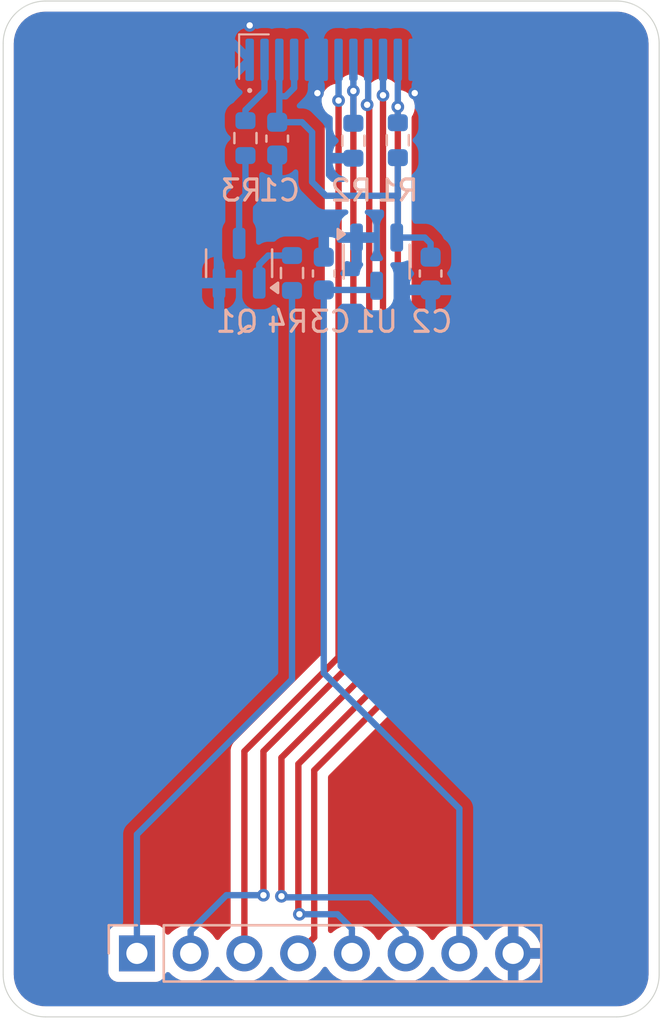
<source format=kicad_pcb>
(kicad_pcb (version 20241229) (generator "pcbnew") (generator_version "9.0")
  (layers (0 "F.Cu" signal) (2 "B.Cu" signal) (13 "F.Paste" user) (15 "B.Paste" user) (5 "F.SilkS" user "F.Silkscreen") (7 "B.SilkS" user "B.Silkscreen") (1 "F.Mask" user) (3 "B.Mask" user) (25 "Edge.Cuts" user))
  (net 0 "")
  (net 1 "GND")
  (net 2 "+3.3V")
  (net 3 "VCC")
  (net 4 "/DC")
  (net 5 "/CS")
  (net 6 "/SCL")
  (net 7 "/RES")
  (net 8 "Net-(DS1-LEDK)")
  (net 9 "/SDA")
  (net 10 "/BLK")
  (net 11 "Net-(Q1-C)")
  (net 12 "Net-(Q1-B)")
  (footprint "Resistor_SMD:R_0603_1608Metric" (layer "B.Cu") (at 167.5 87.05 -90)
    (property "Reference" "R2" (at 2.35 0.1 180) (layer "B.SilkS") (effects (justify mirror)))
    (property "Value" "50k")
    (fp_line (start -0.237258 0.5225) (end 0.237258 0.5225) (stroke (width 0.12)) (layer "B.SilkS"))
    (fp_line (start -0.237258 -0.5225) (end 0.237258 -0.5225) (stroke (width 0.12)) (layer "B.SilkS"))
    (pad "1" smd roundrect (at -0.825 0 270) (size 0.8 0.95) (layers "B.Cu" "B.Mask" "B.Paste") (net 5 "/CS"))
    (pad "2" smd roundrect (at 0.825 0 270) (size 0.8 0.95) (layers "B.Cu" "B.Mask" "B.Paste") (net 1 "GND"))
  )
  (footprint "Package_TO_SOT_SMD:SOT-23-3" (layer "B.Cu") (at 168.6 92.7625 -90)
    (property "Reference" "U1" (at 2.8375 0 180) (layer "B.SilkS") (effects (justify mirror)))
    (property "Value" "XC6206PxxxMR")
    (fp_line (start 0 1.56) (end -0.8 1.56) (stroke (width 0.12)) (layer "B.SilkS"))
    (fp_line (start 0 1.56) (end 0.8 1.56) (stroke (width 0.12)) (layer "B.SilkS"))
    (fp_line (start 0 -1.56) (end -0.8 -1.56) (stroke (width 0.12)) (layer "B.SilkS"))
    (fp_line (start 0 -1.56) (end 0.8 -1.56) (stroke (width 0.12)) (layer "B.SilkS"))
    (fp_poly (pts (xy -1.3 1.51) (xy -1.54 1.84) (xy -1.06 1.84) (xy -1.3 1.51)) (stroke (width 0.12)) (fill yes) (layer "B.SilkS"))
    (pad "1" smd roundrect (at -1.1375 0.95 270) (size 1.325 0.6) (layers "B.Cu" "B.Mask" "B.Paste") (net 1 "GND"))
    (pad "2" smd roundrect (at -1.1375 -0.95 270) (size 1.325 0.6) (layers "B.Cu" "B.Mask" "B.Paste") (net 2 "+3.3V"))
    (pad "3" smd roundrect (at 1.1375 0 270) (size 1.325 0.6) (layers "B.Cu" "B.Mask" "B.Paste") (net 3 "VCC"))
  )
  (footprint "Capacitor_SMD:C_0603_1608Metric" (layer "B.Cu") (at 163.9 86.95 -90)
    (property "Reference" "C1" (at 2.45 -0.1 180) (layer "B.SilkS") (effects (justify mirror)))
    (property "Value" "100n")
    (fp_line (start -0.14058 0.51) (end 0.14058 0.51) (stroke (width 0.12)) (layer "B.SilkS"))
    (fp_line (start -0.14058 -0.51) (end 0.14058 -0.51) (stroke (width 0.12)) (layer "B.SilkS"))
    (pad "1" smd roundrect (at -0.775 0 270) (size 0.9 0.95) (layers "B.Cu" "B.Mask" "B.Paste") (net 2 "+3.3V"))
    (pad "2" smd roundrect (at 0.775 0 270) (size 0.9 0.95) (layers "B.Cu" "B.Mask" "B.Paste") (net 1 "GND"))
  )
  (footprint "ST77xx_FPC:ST77XX_FPC_12pin_0.8mm_Solder" (layer "B.Cu") (at 166.45 83.225)
    (property "Reference" "DS1" (hide yes))
    (property "Value" "ST77xx_FPC_12pin")
    (fp_line (start -4.35 -1.2) (end -2.95 -1.2) (stroke (width 0.1)) (layer "B.SilkS"))
    (fp_line (start -4.35 0.9) (end -4.35 -1.2) (stroke (width 0.1)) (layer "B.SilkS"))
    (fp_circle (center -3.85 1.45) (end -3.779289 1.45) (stroke (width 0.1)) (fill yes) (layer "B.SilkS"))
    (pad "1" smd roundrect (at -3.85 0 90) (size 2 0.4) (layers "B.Cu" "B.Mask" "B.Paste") (net 1 "GND"))
    (pad "2" smd roundrect (at -3.15 0 90) (size 2 0.4) (layers "B.Cu" "B.Mask" "B.Paste") (net 8 "Net-(DS1-LEDK)"))
    (pad "3" smd roundrect (at -2.45 0 90) (size 2 0.4) (layers "B.Cu" "B.Mask" "B.Paste") (net 2 "+3.3V"))
    (pad "4" smd roundrect (at -1.75 0 90) (size 2 0.4) (layers "B.Cu" "B.Mask" "B.Paste") (net 2 "+3.3V"))
    (pad "5" smd roundrect (at -1.05 0 90) (size 2 0.4) (layers "B.Cu" "B.Mask" "B.Paste") (net 1 "GND"))
    (pad "6" smd roundrect (at -0.35 0 90) (size 2 0.4) (layers "B.Cu" "B.Mask" "B.Paste") (net 1 "GND"))
    (pad "7" smd roundrect (at 0.35 0 90) (size 2 0.4) (layers "B.Cu" "B.Mask" "B.Paste") (net 4 "/DC"))
    (pad "8" smd roundrect (at 1.05 0 90) (size 2 0.4) (layers "B.Cu" "B.Mask" "B.Paste") (net 5 "/CS"))
    (pad "9" smd roundrect (at 1.75 0 90) (size 2 0.4) (layers "B.Cu" "B.Mask" "B.Paste") (net 6 "/SCL"))
    (pad "10" smd roundrect (at 2.45 0 90) (size 2 0.4) (layers "B.Cu" "B.Mask" "B.Paste") (net 9 "/SDA"))
    (pad "11" smd roundrect (at 3.15 0 90) (size 2 0.4) (layers "B.Cu" "B.Mask" "B.Paste") (net 7 "/RES"))
    (pad "12" smd roundrect (at 3.85 0 90) (size 2 0.4) (layers "B.Cu" "B.Mask" "B.Paste") (net 1 "GND"))
  )
  (footprint "Resistor_SMD:R_0603_1608Metric" (layer "B.Cu") (at 162.4 86.925 -90)
    (property "Reference" "R3" (at 2.475 0.2 0) (layer "B.SilkS") (effects (justify mirror)))
    (property "Value" "50k")
    (fp_line (start -0.237258 0.5225) (end 0.237258 0.5225) (stroke (width 0.12)) (layer "B.SilkS"))
    (fp_line (start -0.237258 -0.5225) (end 0.237258 -0.5225) (stroke (width 0.12)) (layer "B.SilkS"))
    (pad "1" smd roundrect (at -0.825 0 270) (size 0.8 0.95) (layers "B.Cu" "B.Mask" "B.Paste") (net 8 "Net-(DS1-LEDK)"))
    (pad "2" smd roundrect (at 0.825 0 270) (size 0.8 0.95) (layers "B.Cu" "B.Mask" "B.Paste") (net 11 "Net-(Q1-C)"))
  )
  (footprint "Package_TO_SOT_SMD:SOT-23" (layer "B.Cu") (at 162.1 92.8375 90)
    (property "Reference" "Q1" (at -2.7625 -0.1 180) (layer "B.SilkS") (effects (justify mirror)))
    (property "Value" "SS8050")
    (fp_line (start 0 -1.56) (end 0.65 -1.56) (stroke (width 0.12)) (layer "B.SilkS"))
    (fp_line (start 0 -1.56) (end -0.65 -1.56) (stroke (width 0.12)) (layer "B.SilkS"))
    (fp_line (start 0 1.56) (end 0.65 1.56) (stroke (width 0.12)) (layer "B.SilkS"))
    (fp_line (start 0 1.56) (end -0.65 1.56) (stroke (width 0.12)) (layer "B.SilkS"))
    (fp_poly (pts (xy -1.1625 1.51) (xy -1.4025 1.84) (xy -0.9225 1.84) (xy -1.1625 1.51)) (stroke (width 0.12)) (fill yes) (layer "B.SilkS"))
    (pad "1" smd roundrect (at -0.9375 0.95 90) (size 1.475 0.6) (layers "B.Cu" "B.Mask" "B.Paste") (net 12 "Net-(Q1-B)"))
    (pad "2" smd roundrect (at -0.9375 -0.95 90) (size 1.475 0.6) (layers "B.Cu" "B.Mask" "B.Paste") (net 1 "GND"))
    (pad "3" smd roundrect (at 0.9375 0 90) (size 1.475 0.6) (layers "B.Cu" "B.Mask" "B.Paste") (net 11 "Net-(Q1-C)"))
  )
  (footprint "Capacitor_SMD:C_0603_1608Metric" (layer "B.Cu") (at 166.1 93.325 90)
    (property "Reference" "C3" (at -2.275 0.3 180) (layer "B.SilkS") (effects (justify mirror)))
    (property "Value" "1u")
    (fp_line (start -0.14058 -0.51) (end 0.14058 -0.51) (stroke (width 0.12)) (layer "B.SilkS"))
    (fp_line (start -0.14058 0.51) (end 0.14058 0.51) (stroke (width 0.12)) (layer "B.SilkS"))
    (pad "1" smd roundrect (at -0.775 0 90) (size 0.9 0.95) (layers "B.Cu" "B.Mask" "B.Paste") (net 3 "VCC"))
    (pad "2" smd roundrect (at 0.775 0 90) (size 0.9 0.95) (layers "B.Cu" "B.Mask" "B.Paste") (net 1 "GND"))
  )
  (footprint "Resistor_SMD:R_0603_1608Metric" (layer "B.Cu") (at 164.6 93.3 90)
    (property "Reference" "R4" (at -2.3 -0.2 180) (layer "B.SilkS") (effects (justify mirror)))
    (property "Value" "2k2")
    (fp_line (start -0.237258 -0.5225) (end 0.237258 -0.5225) (stroke (width 0.12)) (layer "B.SilkS"))
    (fp_line (start -0.237258 0.5225) (end 0.237258 0.5225) (stroke (width 0.12)) (layer "B.SilkS"))
    (pad "1" smd roundrect (at -0.825 0 90) (size 0.8 0.95) (layers "B.Cu" "B.Mask" "B.Paste") (net 10 "/BLK"))
    (pad "2" smd roundrect (at 0.825 0 90) (size 0.8 0.95) (layers "B.Cu" "B.Mask" "B.Paste") (net 12 "Net-(Q1-B)"))
  )
  (footprint "Connector_PinHeader_2.54mm:PinHeader_1x08_P2.54mm_Vertical" (layer "B.Cu") (at 157.27 125.45 -90)
    (property "Reference" "J1" (hide yes))
    (property "Value" "Pins")
    (fp_line (start -1.33 1.33) (end 0 1.33) (stroke (width 0.12)) (layer "B.SilkS"))
    (fp_line (start -1.33 0) (end -1.33 1.33) (stroke (width 0.12)) (layer "B.SilkS"))
    (fp_line (start -1.33 -1.27) (end 1.33 -1.27) (stroke (width 0.12)) (layer "B.SilkS"))
    (fp_line (start -1.33 -1.27) (end -1.33 -19.11) (stroke (width 0.12)) (layer "B.SilkS"))
    (fp_line (start 1.33 -1.27) (end 1.33 -19.11) (stroke (width 0.12)) (layer "B.SilkS"))
    (fp_line (start -1.33 -19.11) (end 1.33 -19.11) (stroke (width 0.12)) (layer "B.SilkS"))
    (pad "1" thru_hole rect (at 0 0 270) (size 1.7 1.7) (drill 1) (layers "*.Cu" "*.Mask") (net 10 "/BLK"))
    (pad "2" thru_hole oval (at 0 -2.54 270) (size 1.7 1.7) (drill 1) (layers "*.Cu" "*.Mask") (net 5 "/CS"))
    (pad "3" thru_hole oval (at 0 -5.08 270) (size 1.7 1.7) (drill 1) (layers "*.Cu" "*.Mask") (net 4 "/DC"))
    (pad "4" thru_hole oval (at 0 -7.62 270) (size 1.7 1.7) (drill 1) (layers "*.Cu" "*.Mask") (net 7 "/RES"))
    (pad "5" thru_hole oval (at 0 -10.16 270) (size 1.7 1.7) (drill 1) (layers "*.Cu" "*.Mask") (net 9 "/SDA"))
    (pad "6" thru_hole oval (at 0 -12.7 270) (size 1.7 1.7) (drill 1) (layers "*.Cu" "*.Mask") (net 6 "/SCL"))
    (pad "7" thru_hole oval (at 0 -15.24 270) (size 1.7 1.7) (drill 1) (layers "*.Cu" "*.Mask") (net 3 "VCC"))
    (pad "8" thru_hole oval (at 0 -17.78 270) (size 1.7 1.7) (drill 1) (layers "*.Cu" "*.Mask") (net 1 "GND"))
  )
  (footprint "Resistor_SMD:R_0603_1608Metric" (layer "B.Cu") (at 169.6 87.025 90)
    (property "Reference" "R1" (at -2.375 0 180) (layer "B.SilkS") (effects (justify mirror)))
    (property "Value" "50k")
    (fp_line (start -0.237258 -0.5225) (end 0.237258 -0.5225) (stroke (width 0.12)) (layer "B.SilkS"))
    (fp_line (start -0.237258 0.5225) (end 0.237258 0.5225) (stroke (width 0.12)) (layer "B.SilkS"))
    (pad "1" smd roundrect (at -0.825 0 90) (size 0.8 0.95) (layers "B.Cu" "B.Mask" "B.Paste") (net 2 "+3.3V"))
    (pad "2" smd roundrect (at 0.825 0 90) (size 0.8 0.95) (layers "B.Cu" "B.Mask" "B.Paste") (net 7 "/RES"))
  )
  (footprint "Capacitor_SMD:C_0603_1608Metric" (layer "B.Cu") (at 171.15 93.325 -90)
    (property "Reference" "C2" (at 2.275 -0.05 180) (layer "B.SilkS") (effects (justify mirror)))
    (property "Value" "1u")
    (fp_line (start -0.14058 0.51) (end 0.14058 0.51) (stroke (width 0.12)) (layer "B.SilkS"))
    (fp_line (start -0.14058 -0.51) (end 0.14058 -0.51) (stroke (width 0.12)) (layer "B.SilkS"))
    (pad "1" smd roundrect (at -0.775 0 270) (size 0.9 0.95) (layers "B.Cu" "B.Mask" "B.Paste") (net 2 "+3.3V"))
    (pad "2" smd roundrect (at 0.775 0 270) (size 0.9 0.95) (layers "B.Cu" "B.Mask" "B.Paste") (net 1 "GND"))
  )
  (gr_line (start 181.95 82.45) (end 181.95 126.45) (stroke (width 0.05)) (layer "Edge.Cuts"))
  (gr_line (start 150.95 126.45) (end 150.95 82.45) (stroke (width 0.05)) (layer "Edge.Cuts"))
  (gr_line (start 152.95 80.45) (end 179.95 80.45) (stroke (width 0.05)) (layer "Edge.Cuts"))
  (gr_arc (start 179.95 80.45) (mid 181.364214 81.035786) (end 181.95 82.45) (stroke (width 0.05)) (layer "Edge.Cuts"))
  (gr_line (start 179.95 128.45) (end 152.95 128.45) (stroke (width 0.05)) (layer "Edge.Cuts"))
  (gr_arc (start 181.95 126.45) (mid 181.364214 127.864214) (end 179.95 128.45) (stroke (width 0.05)) (layer "Edge.Cuts"))
  (gr_arc (start 150.95 82.45) (mid 151.535786 81.035786) (end 152.95 80.45) (stroke (width 0.05)) (layer "Edge.Cuts"))
  (gr_arc (start 152.95 128.45) (mid 151.535786 127.864214) (end 150.95 126.45) (stroke (width 0.05)) (layer "Edge.Cuts"))
  (via (at 170.4 84.8) (size 0.6) (drill 0.3) (layers "F.Cu" "B.Cu") (net 1))
  (via (at 162.6 81.6) (size 0.6) (drill 0.3) (layers "F.Cu" "B.Cu") (net 1))
  (via (at 165.8 84.8) (size 0.6) (drill 0.3) (layers "F.Cu" "B.Cu") (net 1))
  (segment (start 169.55 91.625) (end 170.875 91.625) (width 0.3) (layer "B.Cu") (net 2))
  (segment (start 163.9 86.175) (end 165.075 86.175) (width 0.3) (layer "B.Cu") (net 2))
  (segment (start 165.075 86.175) (end 165.55 86.65) (width 0.3) (layer "B.Cu") (net 2))
  (segment (start 169.6 87.85) (end 169.6 89.65) (width 0.3) (layer "B.Cu") (net 2))
  (segment (start 164 86.075) (end 163.9 86.175) (width 0.3) (layer "B.Cu") (net 2))
  (segment (start 165.55 89) (end 166.2 89.65) (width 0.3) (layer "B.Cu") (net 2))
  (segment (start 164 83.225) (end 164 84.95) (width 0.3) (layer "B.Cu") (net 2))
  (segment (start 165.55 86.65) (end 165.55 89) (width 0.3) (layer "B.Cu") (net 2))
  (segment (start 170.875 91.625) (end 171.15 91.9) (width 0.3) (layer "B.Cu") (net 2))
  (segment (start 166.2 89.65) (end 169.6 89.65) (width 0.3) (layer "B.Cu") (net 2))
  (segment (start 164.7 83.225) (end 164.7 84.55) (width 0.3) (layer "B.Cu") (net 2))
  (segment (start 169.6 89.65) (end 169.6 91.575) (width 0.3) (layer "B.Cu") (net 2))
  (segment (start 171.15 91.9) (end 171.15 92.55) (width 0.3) (layer "B.Cu") (net 2))
  (segment (start 164.3 84.95) (end 164 84.95) (width 0.3) (layer "B.Cu") (net 2))
  (segment (start 164 84.95) (end 164 86.075) (width 0.3) (layer "B.Cu") (net 2))
  (segment (start 169.6 91.575) (end 169.55 91.625) (width 0.3) (layer "B.Cu") (net 2))
  (segment (start 164.7 84.55) (end 164.3 84.95) (width 0.3) (layer "B.Cu") (net 2))
  (segment (start 168.4 94.1) (end 168.6 93.9) (width 0.3) (layer "B.Cu") (net 3))
  (segment (start 166.1 94.1) (end 168.4 94.1) (width 0.3) (layer "B.Cu") (net 3))
  (segment (start 166.1 94.1) (end 166.1 112.2) (width 0.3) (layer "B.Cu") (net 3))
  (segment (start 172.51 118.61) (end 172.51 125.45) (width 0.3) (layer "B.Cu") (net 3))
  (segment (start 166.1 112.2) (end 172.51 118.61) (width 0.3) (layer "B.Cu") (net 3))
  (segment (start 162.35 115.9) (end 162.35 125.45) (width 0.3) (layer "F.Cu") (net 4))
  (segment (start 166.8 85.15) (end 166.8 111.45) (width 0.3) (layer "F.Cu") (net 4))
  (segment (start 166.8 111.45) (end 162.35 115.9) (width 0.3) (layer "F.Cu") (net 4))
  (via (at 166.8 85.15) (size 0.6) (drill 0.3) (layers "F.Cu" "B.Cu") (net 4))
  (segment (start 166.8 83.225) (end 166.8 85.15) (width 0.3) (layer "B.Cu") (net 4))
  (segment (start 163.25 115.9) (end 167.5 111.65) (width 0.3) (layer "F.Cu") (net 5))
  (segment (start 163.25 122.7) (end 163.25 115.9) (width 0.3) (layer "F.Cu") (net 5))
  (segment (start 167.5 111.65) (end 167.5 84.7) (width 0.3) (layer "F.Cu") (net 5))
  (via (at 167.5 84.7) (size 0.6) (drill 0.3) (layers "F.Cu" "B.Cu") (net 5))
  (via (at 163.25 122.7) (size 0.6) (drill 0.3) (layers "F.Cu" "B.Cu") (net 5))
  (segment (start 161.5 122.7) (end 159.81 124.39) (width 0.3) (layer "B.Cu") (net 5))
  (segment (start 167.5 86.225) (end 167.5 83.225) (width 0.3) (layer "B.Cu") (net 5))
  (segment (start 159.81 124.39) (end 159.81 125.45) (width 0.3) (layer "B.Cu") (net 5))
  (segment (start 163.25 122.7) (end 161.5 122.7) (width 0.3) (layer "B.Cu") (net 5))
  (segment (start 164.1 122.75) (end 164.1 116.2) (width 0.3) (layer "F.Cu") (net 6))
  (segment (start 168.25 85.45) (end 168.15 85.35) (width 0.3) (layer "F.Cu") (net 6))
  (segment (start 164.1 116.2) (end 168.25 112.05) (width 0.3) (layer "F.Cu") (net 6))
  (segment (start 168.25 112.05) (end 168.25 85.45) (width 0.3) (layer "F.Cu") (net 6))
  (via (at 164.1 122.75) (size 0.6) (drill 0.3) (layers "F.Cu" "B.Cu") (net 6))
  (via (at 168.15 85.35) (size 0.6) (drill 0.3) (layers "F.Cu" "B.Cu") (net 6))
  (segment (start 164.15 122.8) (end 168.3 122.8) (width 0.3) (layer "B.Cu") (net 6))
  (segment (start 164.1 122.75) (end 164.15 122.8) (width 0.3) (layer "B.Cu") (net 6))
  (segment (start 168.2 85.3) (end 168.15 85.35) (width 0.3) (layer "B.Cu") (net 6))
  (segment (start 168.2 83.225) (end 168.2 85.3) (width 0.3) (layer "B.Cu") (net 6))
  (segment (start 169.97 124.47) (end 169.97 125.45) (width 0.3) (layer "B.Cu") (net 6))
  (segment (start 168.3 122.8) (end 169.97 124.47) (width 0.3) (layer "B.Cu") (net 6))
  (segment (start 169.6 112.85) (end 165.65 116.8) (width 0.3) (layer "F.Cu") (net 7))
  (segment (start 165.65 116.8) (end 165.65 124.69) (width 0.3) (layer "F.Cu") (net 7))
  (segment (start 169.6 85.45) (end 169.6 112.85) (width 0.3) (layer "F.Cu") (net 7))
  (segment (start 165.65 124.69) (end 164.89 125.45) (width 0.3) (layer "F.Cu") (net 7))
  (via (at 169.6 85.45) (size 0.6) (drill 0.3) (layers "F.Cu" "B.Cu") (net 7))
  (segment (start 169.6 83.225) (end 169.6 85.45) (width 0.3) (layer "B.Cu") (net 7))
  (segment (start 169.6 86.2) (end 169.6 85.45) (width 0.3) (layer "B.Cu") (net 7))
  (segment (start 163.3 83.225) (end 163.3 84.7) (width 0.3) (layer "B.Cu") (net 8))
  (segment (start 163.3 84.7) (end 162.4 85.6) (width 0.3) (layer "B.Cu") (net 8))
  (segment (start 162.4 85.6) (end 162.4 86.1) (width 0.3) (layer "B.Cu") (net 8))
  (segment (start 168.9 84.9) (end 168.9 112.5) (width 0.3) (layer "F.Cu") (net 9))
  (segment (start 168.9 112.5) (end 164.9 116.5) (width 0.3) (layer "F.Cu") (net 9))
  (segment (start 164.9 123.55) (end 164.95 123.6) (width 0.3) (layer "F.Cu") (net 9))
  (segment (start 164.9 116.5) (end 164.9 123.55) (width 0.3) (layer "F.Cu") (net 9))
  (via (at 164.95 123.6) (size 0.6) (drill 0.3) (layers "F.Cu" "B.Cu") (net 9))
  (via (at 168.9 84.9) (size 0.6) (drill 0.3) (layers "F.Cu" "B.Cu") (net 9))
  (segment (start 168.9 83.225) (end 168.9 84.9) (width 0.3) (layer "B.Cu") (net 9))
  (segment (start 164.95 123.6) (end 166.75 123.6) (width 0.3) (layer "B.Cu") (net 9))
  (segment (start 167.43 124.28) (end 167.43 125.45) (width 0.3) (layer "B.Cu") (net 9))
  (segment (start 166.75 123.6) (end 167.43 124.28) (width 0.3) (layer "B.Cu") (net 9))
  (segment (start 164.6 112.5) (end 157.27 119.83) (width 0.3) (layer "B.Cu") (net 10))
  (segment (start 157.27 119.83) (end 157.27 125.45) (width 0.3) (layer "B.Cu") (net 10))
  (segment (start 164.6 94.125) (end 164.6 112.5) (width 0.3) (layer "B.Cu") (net 10))
  (segment (start 162.4 87.75) (end 162.4 89.6) (width 0.3) (layer "B.Cu") (net 11))
  (segment (start 162.4 89.6) (end 162.1 89.9) (width 0.3) (layer "B.Cu") (net 11))
  (segment (start 162.1 89.9) (end 162.1 91.9) (width 0.3) (layer "B.Cu") (net 11))
  (segment (start 163.05 92.9) (end 163.475 92.475) (width 0.3) (layer "B.Cu") (net 12))
  (segment (start 163.05 93.775) (end 163.05 92.9) (width 0.3) (layer "B.Cu") (net 12))
  (segment (start 163.475 92.475) (end 164.6 92.475) (width 0.3) (layer "B.Cu") (net 12))
  (zone (net 1) (net_name "GND") (layers "F.Cu" "B.Cu") (connect_pads (clearance 0.5)) (min_thickness 0.25) (fill yes (thermal_gap 0.5) (thermal_bridge_width 0.5))
    (polygon (pts (xy 150.8 80.4) (xy 150.8 128.8) (xy 182 128.8) (xy 182 80.4)))
  )
)
</source>
